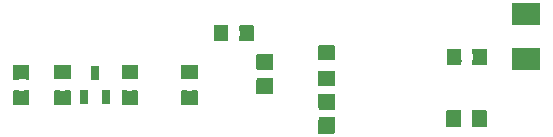
<source format=gbp>
G04*
G04 #@! TF.GenerationSoftware,Altium Limited,Altium Designer,20.1.8 (145)*
G04*
G04 Layer_Color=128*
%FSLAX25Y25*%
%MOIN*%
G70*
G04*
G04 #@! TF.SameCoordinates,ADFB47FA-FD8B-4379-A6DC-C8A90555AE01*
G04*
G04*
G04 #@! TF.FilePolarity,Positive*
G04*
G01*
G75*
%ADD17R,0.04459X0.05421*%
%ADD18R,0.05315X0.05551*%
%ADD47R,0.02756X0.04921*%
%ADD48R,0.09354X0.07480*%
%ADD49R,0.05421X0.04459*%
G36*
X696893Y335720D02*
Y330680D01*
X696696Y330483D01*
X692169D01*
X691972Y330680D01*
X691991Y332334D01*
X693724D01*
Y334105D01*
X691952D01*
X691972Y335720D01*
X692169Y335916D01*
X696696D01*
X696893Y335720D01*
D02*
G37*
G36*
X688428D02*
X688409Y334105D01*
X686676D01*
Y332334D01*
X688428D01*
X688428Y330680D01*
X688232Y330483D01*
X683704D01*
X683507Y330680D01*
Y335720D01*
X683704Y335916D01*
X688232D01*
X688428Y335720D01*
D02*
G37*
G36*
X678228Y322533D02*
Y318005D01*
X678031Y317809D01*
X676378Y317828D01*
Y319561D01*
X674607D01*
Y317789D01*
X672992Y317809D01*
X672795Y318005D01*
Y322533D01*
X672992Y322730D01*
X678031D01*
X678228Y322533D01*
D02*
G37*
G36*
X658317D02*
Y318005D01*
X658120Y317809D01*
X656466Y317828D01*
Y319561D01*
X654695D01*
Y317789D01*
X653080Y317809D01*
X652883Y318005D01*
Y322533D01*
X653080Y322730D01*
X658120D01*
X658317Y322533D01*
D02*
G37*
G36*
X635816Y322533D02*
Y318005D01*
X635620Y317809D01*
X634005Y317828D01*
Y319561D01*
X632234D01*
Y317809D01*
X630580Y317809D01*
X630383Y318005D01*
Y322533D01*
X630580Y322730D01*
X635620D01*
X635816Y322533D01*
D02*
G37*
G36*
X622127Y322492D02*
Y317964D01*
X621930Y317768D01*
X620277Y317787D01*
Y319519D01*
X618505D01*
Y317748D01*
X616891Y317768D01*
X616694Y317964D01*
Y322492D01*
X616891Y322689D01*
X621930D01*
X622127Y322492D01*
D02*
G37*
G36*
X678228Y314069D02*
Y309541D01*
X678031Y309344D01*
X672992D01*
X672795Y309541D01*
Y314069D01*
X672992Y314265D01*
X674607Y314246D01*
Y312513D01*
X676378D01*
Y314265D01*
X678031Y314265D01*
X678228Y314069D01*
D02*
G37*
G36*
X658317D02*
Y309541D01*
X658120Y309344D01*
X653080D01*
X652883Y309541D01*
Y314069D01*
X653080Y314265D01*
X654695Y314246D01*
Y312513D01*
X656466D01*
Y314265D01*
X658120Y314265D01*
X658317Y314069D01*
D02*
G37*
G36*
X635620Y314265D02*
X635816Y314069D01*
Y309541D01*
X635620Y309344D01*
X630580D01*
X630383Y309541D01*
Y314069D01*
X630580Y314265D01*
X632234Y314246D01*
Y312513D01*
X634005D01*
Y314285D01*
X635620Y314265D01*
D02*
G37*
G36*
X622127Y314027D02*
Y309500D01*
X621930Y309303D01*
X616891D01*
X616694Y309500D01*
Y314027D01*
X616891Y314224D01*
X618505Y314204D01*
Y312472D01*
X620277D01*
Y314224D01*
X621930Y314224D01*
X622127Y314027D01*
D02*
G37*
G36*
X723823Y328961D02*
Y324434D01*
X723626Y324237D01*
X721972Y324257D01*
Y325989D01*
X720201D01*
Y324217D01*
X718586Y324237D01*
X718390Y324434D01*
Y328961D01*
X718586Y329158D01*
X723626D01*
X723823Y328961D01*
D02*
G37*
G36*
X774593Y327820D02*
Y322780D01*
X774396Y322584D01*
X769869D01*
X769672Y322780D01*
X769691Y324395D01*
X771424D01*
Y326166D01*
X769672D01*
X769672Y327820D01*
X769869Y328017D01*
X774396D01*
X774593Y327820D01*
D02*
G37*
G36*
X766128D02*
X766109Y326166D01*
X764376D01*
Y324395D01*
X766148D01*
X766128Y322780D01*
X765932Y322584D01*
X761404D01*
X761207Y322780D01*
Y327820D01*
X761404Y328017D01*
X765932D01*
X766128Y327820D01*
D02*
G37*
G36*
X703138Y325998D02*
Y321470D01*
X702941Y321273D01*
X701287Y321293D01*
Y323025D01*
X699516D01*
Y321253D01*
X697901Y321273D01*
X697705Y321470D01*
Y325998D01*
X697901Y326195D01*
X702941D01*
X703138Y325998D01*
D02*
G37*
G36*
X723823Y320497D02*
Y315969D01*
X723626Y315772D01*
X718586D01*
X718390Y315969D01*
Y320497D01*
X718586Y320694D01*
X720201Y320674D01*
Y318942D01*
X721972D01*
Y320694D01*
X723626Y320694D01*
X723823Y320497D01*
D02*
G37*
G36*
X703138Y317533D02*
Y313006D01*
X702941Y312809D01*
X697901D01*
X697705Y313006D01*
Y317533D01*
X697901Y317730D01*
X699516Y317710D01*
Y315978D01*
X701287D01*
Y317730D01*
X702941Y317730D01*
X703138Y317533D01*
D02*
G37*
G36*
X723797Y312889D02*
Y308361D01*
X723600Y308165D01*
X721947Y308184D01*
Y309916D01*
X720175D01*
Y308145D01*
X718561Y308165D01*
X718364Y308361D01*
Y312889D01*
X718561Y313086D01*
X723600D01*
X723797Y312889D01*
D02*
G37*
G36*
Y304424D02*
Y299897D01*
X723600Y299700D01*
X718561D01*
X718364Y299897D01*
Y304424D01*
X718561Y304621D01*
X720175Y304602D01*
Y302869D01*
X721947D01*
Y304621D01*
X723600Y304621D01*
X723797Y304424D01*
D02*
G37*
G36*
X774493Y307320D02*
Y302280D01*
X774296Y302083D01*
X769768D01*
X769572Y302280D01*
X769591Y303895D01*
X771324D01*
Y305666D01*
X769572D01*
X769572Y307320D01*
X769768Y307517D01*
X774296D01*
X774493Y307320D01*
D02*
G37*
G36*
X766028D02*
X766009Y305666D01*
X764276D01*
Y303895D01*
X766048D01*
X766028Y302280D01*
X765832Y302083D01*
X761304D01*
X761107Y302280D01*
Y307320D01*
X761304Y307517D01*
X765832D01*
X766028Y307320D01*
D02*
G37*
D17*
X694137Y333200D02*
D03*
X686263D02*
D03*
X771737Y304800D02*
D03*
X763863D02*
D03*
X771837Y325300D02*
D03*
X763963D02*
D03*
D18*
X721159Y302554D02*
D03*
Y310428D02*
D03*
X700500Y315663D02*
D03*
Y323537D02*
D03*
D47*
X647740Y312026D02*
D03*
X640260D02*
D03*
X644000Y319900D02*
D03*
D48*
X787700Y324550D02*
D03*
Y339500D02*
D03*
D49*
X633100Y319974D02*
D03*
Y312100D02*
D03*
X675512D02*
D03*
Y319974D02*
D03*
X721106Y326402D02*
D03*
Y318528D02*
D03*
X619411Y319933D02*
D03*
Y312059D02*
D03*
X655600Y312100D02*
D03*
Y319974D02*
D03*
M02*

</source>
